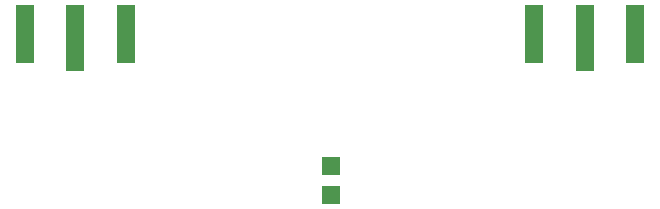
<source format=gtp>
%TF.GenerationSoftware,KiCad,Pcbnew,5.1.6-c6e7f7d~86~ubuntu18.04.1*%
%TF.CreationDate,2020-06-07T16:50:32-04:00*%
%TF.ProjectId,aerospace_badge,6165726f-7370-4616-9365-5f6261646765,V01*%
%TF.SameCoordinates,Original*%
%TF.FileFunction,Paste,Top*%
%TF.FilePolarity,Positive*%
%FSLAX46Y46*%
G04 Gerber Fmt 4.6, Leading zero omitted, Abs format (unit mm)*
G04 Created by KiCad (PCBNEW 5.1.6-c6e7f7d~86~ubuntu18.04.1) date 2020-06-07 16:50:32*
%MOMM*%
%LPD*%
G01*
G04 APERTURE LIST*
%ADD10R,1.524000X1.524000*%
%ADD11R,1.600000X4.900000*%
%ADD12R,1.600000X5.600000*%
G04 APERTURE END LIST*
D10*
%TO.C,J3*%
X148206460Y-89496900D03*
X148244560Y-87038180D03*
%TD*%
D11*
%TO.C,J2*%
X173957400Y-75844400D03*
D12*
X169697400Y-76194400D03*
D11*
X165437400Y-75844400D03*
%TD*%
%TO.C,J4*%
X130840900Y-75850000D03*
D12*
X126580900Y-76200000D03*
D11*
X122320900Y-75850000D03*
%TD*%
M02*

</source>
